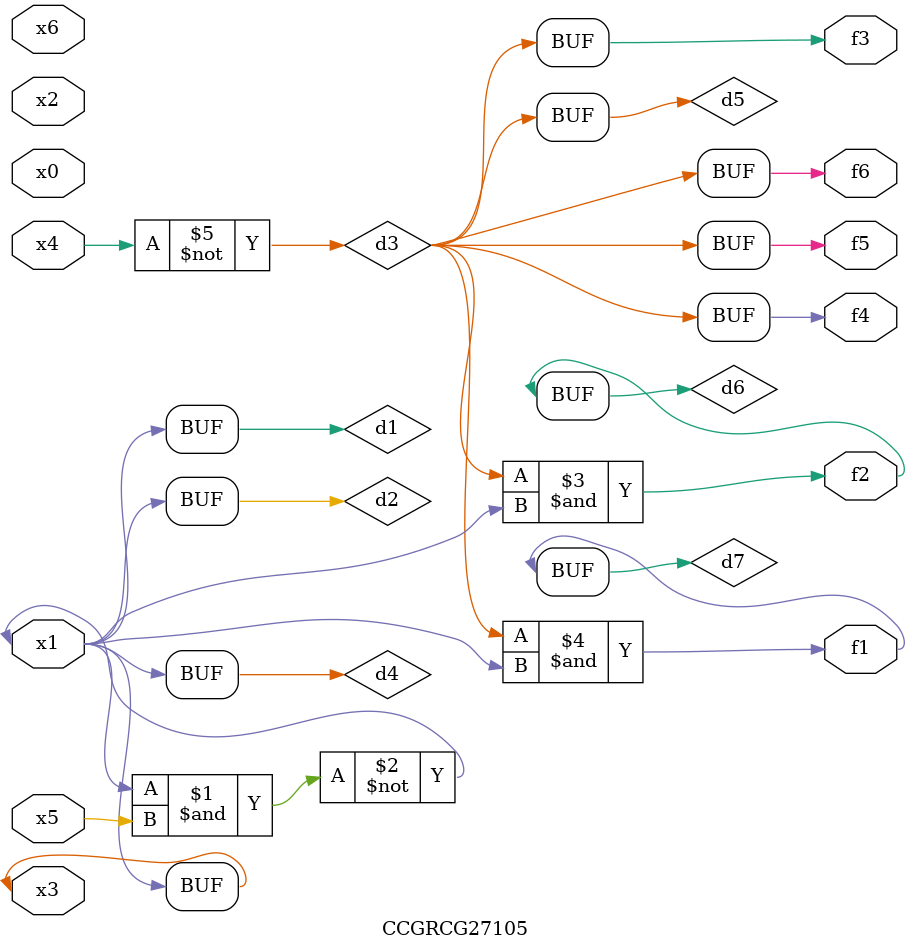
<source format=v>
module CCGRCG27105(
	input x0, x1, x2, x3, x4, x5, x6,
	output f1, f2, f3, f4, f5, f6
);

	wire d1, d2, d3, d4, d5, d6, d7;

	buf (d1, x1, x3);
	nand (d2, x1, x5);
	not (d3, x4);
	buf (d4, d1, d2);
	buf (d5, d3);
	and (d6, d3, d4);
	and (d7, d3, d4);
	assign f1 = d7;
	assign f2 = d6;
	assign f3 = d5;
	assign f4 = d5;
	assign f5 = d5;
	assign f6 = d5;
endmodule

</source>
